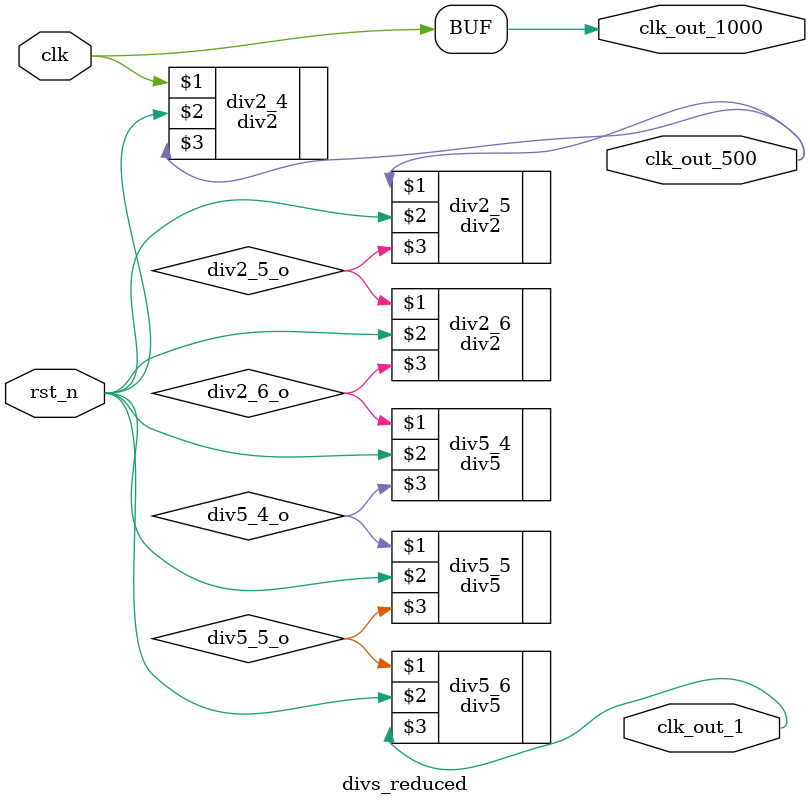
<source format=v>
module divs_reduced(input clk, input rst_n, output clk_out_1000, output clk_out_500, output clk_out_1);

//wire div5_1_o, div5_2_o, div5_3_o; It seems that those temp variables are not required to declare for Verilog.
wire div2_5_o,div2_6_o,div5_4_o,div5_5_o;

/*
div5 div5_1(clk, rst_n, div5_1_o);
div5 div5_2(div5_1_o, rst_n, div5_2_o);
div5 div5_3(div5_2_o, rst_n, div5_3_o);
div2 div2_1(div5_3_o, rst_n, div2_1_o);
div2 div2_2(div2_1_o, rst_n, div2_2_o);
div2 div2_3(div2_2_o, rst_n, clk_out_1000);
*/
assign clk_out_1000 =  clk;

div2 div2_4(clk, rst_n, clk_out_500);

div2 div2_5(clk_out_500, rst_n, div2_5_o);
div2 div2_6(div2_5_o, rst_n, div2_6_o);
div5 div5_4(div2_6_o, rst_n, div5_4_o);
div5 div5_5(div5_4_o, rst_n, div5_5_o);
div5 div5_6(div5_5_o, rst_n, clk_out_1);

endmodule
</source>
